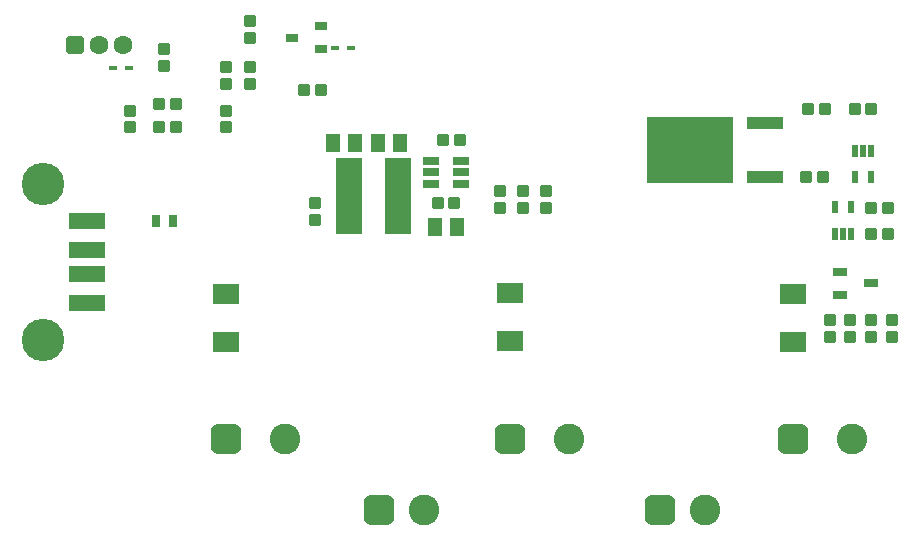
<source format=gts>
G04*
G04 #@! TF.GenerationSoftware,Altium Limited,Altium Designer,23.4.1 (23)*
G04*
G04 Layer_Color=8388736*
%FSLAX44Y44*%
%MOMM*%
G71*
G04*
G04 #@! TF.SameCoordinates,92A23485-6767-49A1-8100-D21B0EC4512A*
G04*
G04*
G04 #@! TF.FilePolarity,Negative*
G04*
G01*
G75*
G04:AMPARAMS|DCode=14|XSize=1.05mm|YSize=1.07mm|CornerRadius=0.145mm|HoleSize=0mm|Usage=FLASHONLY|Rotation=90.000|XOffset=0mm|YOffset=0mm|HoleType=Round|Shape=RoundedRectangle|*
%AMROUNDEDRECTD14*
21,1,1.0500,0.7800,0,0,90.0*
21,1,0.7600,1.0700,0,0,90.0*
1,1,0.2900,0.3900,0.3800*
1,1,0.2900,0.3900,-0.3800*
1,1,0.2900,-0.3900,-0.3800*
1,1,0.2900,-0.3900,0.3800*
%
%ADD14ROUNDEDRECTD14*%
G04:AMPARAMS|DCode=15|XSize=1.05mm|YSize=1.07mm|CornerRadius=0.145mm|HoleSize=0mm|Usage=FLASHONLY|Rotation=180.000|XOffset=0mm|YOffset=0mm|HoleType=Round|Shape=RoundedRectangle|*
%AMROUNDEDRECTD15*
21,1,1.0500,0.7800,0,0,180.0*
21,1,0.7600,1.0700,0,0,180.0*
1,1,0.2900,-0.3800,0.3900*
1,1,0.2900,0.3800,0.3900*
1,1,0.2900,0.3800,-0.3900*
1,1,0.2900,-0.3800,-0.3900*
%
%ADD15ROUNDEDRECTD15*%
%ADD16R,0.5000X1.0000*%
%ADD17R,1.2000X0.7000*%
%ADD18R,7.4000X5.6500*%
%ADD19R,3.0500X1.0500*%
%ADD20R,0.8000X1.0000*%
%ADD21R,1.1500X1.5000*%
%ADD22R,2.3000X1.7000*%
%ADD23R,1.3500X0.7000*%
%ADD24R,0.7500X0.4000*%
%ADD25R,1.1000X0.7000*%
%ADD26R,2.2500X6.4000*%
%ADD27R,3.1000X1.3500*%
G04:AMPARAMS|DCode=28|XSize=1.6mm|YSize=1.6mm|CornerRadius=0.425mm|HoleSize=0mm|Usage=FLASHONLY|Rotation=180.000|XOffset=0mm|YOffset=0mm|HoleType=Round|Shape=RoundedRectangle|*
%AMROUNDEDRECTD28*
21,1,1.6000,0.7500,0,0,180.0*
21,1,0.7500,1.6000,0,0,180.0*
1,1,0.8500,-0.3750,0.3750*
1,1,0.8500,0.3750,0.3750*
1,1,0.8500,0.3750,-0.3750*
1,1,0.8500,-0.3750,-0.3750*
%
%ADD28ROUNDEDRECTD28*%
%ADD29C,1.6000*%
G04:AMPARAMS|DCode=30|XSize=2.6mm|YSize=2.6mm|CornerRadius=0.675mm|HoleSize=0mm|Usage=FLASHONLY|Rotation=90.000|XOffset=0mm|YOffset=0mm|HoleType=Round|Shape=RoundedRectangle|*
%AMROUNDEDRECTD30*
21,1,2.6000,1.2500,0,0,90.0*
21,1,1.2500,2.6000,0,0,90.0*
1,1,1.3500,0.6250,0.6250*
1,1,1.3500,0.6250,-0.6250*
1,1,1.3500,-0.6250,-0.6250*
1,1,1.3500,-0.6250,0.6250*
%
%ADD30ROUNDEDRECTD30*%
%ADD31C,2.6000*%
%ADD32C,3.6000*%
D14*
X771000Y201000D02*
D03*
Y186800D02*
D03*
X824000Y201100D02*
D03*
Y186900D02*
D03*
X806000Y201100D02*
D03*
Y186900D02*
D03*
X788000Y201100D02*
D03*
Y186900D02*
D03*
X531000Y310100D02*
D03*
Y295900D02*
D03*
X335000Y300100D02*
D03*
Y285900D02*
D03*
X207000Y430000D02*
D03*
Y415800D02*
D03*
X280000Y440000D02*
D03*
Y454200D02*
D03*
X260000Y364000D02*
D03*
Y378200D02*
D03*
X178229Y378332D02*
D03*
Y364132D02*
D03*
X280000Y400900D02*
D03*
Y415100D02*
D03*
X260000Y400900D02*
D03*
Y415100D02*
D03*
X511500Y295900D02*
D03*
Y310100D02*
D03*
X492000Y295900D02*
D03*
Y310100D02*
D03*
D15*
X805900Y274000D02*
D03*
X820100D02*
D03*
X752900Y380000D02*
D03*
X767100D02*
D03*
X791900D02*
D03*
X806100D02*
D03*
X806100Y296000D02*
D03*
X820300D02*
D03*
X750900Y322000D02*
D03*
X765100D02*
D03*
X340000Y395500D02*
D03*
X325800D02*
D03*
X217100Y364000D02*
D03*
X202900D02*
D03*
Y384000D02*
D03*
X217100D02*
D03*
X458100Y353000D02*
D03*
X443900D02*
D03*
X453100Y300000D02*
D03*
X438900D02*
D03*
D16*
X805500Y321750D02*
D03*
X792500D02*
D03*
Y344250D02*
D03*
X799000D02*
D03*
X805500D02*
D03*
X775500Y296250D02*
D03*
X788500D02*
D03*
Y273750D02*
D03*
X782000D02*
D03*
X775500D02*
D03*
D17*
X806000Y232000D02*
D03*
X780000Y222500D02*
D03*
Y241500D02*
D03*
D18*
X653000Y345200D02*
D03*
D19*
X716000Y368000D02*
D03*
Y322400D02*
D03*
D20*
X214500Y285000D02*
D03*
X200500D02*
D03*
D21*
X350750Y351000D02*
D03*
X369250D02*
D03*
X388750D02*
D03*
X407250D02*
D03*
X455250Y280000D02*
D03*
X436750D02*
D03*
D22*
X740000Y182400D02*
D03*
Y222600D02*
D03*
X260000D02*
D03*
Y182400D02*
D03*
X500000Y183400D02*
D03*
Y223600D02*
D03*
D23*
X458500Y335500D02*
D03*
Y326000D02*
D03*
Y316500D02*
D03*
X433500D02*
D03*
Y326000D02*
D03*
Y335500D02*
D03*
D24*
X164150Y414000D02*
D03*
X177650D02*
D03*
X365750Y431000D02*
D03*
X352250D02*
D03*
D25*
X340000Y430500D02*
D03*
Y449500D02*
D03*
X316000Y440000D02*
D03*
D26*
X364250Y306000D02*
D03*
X405750D02*
D03*
D27*
X141800Y285000D02*
D03*
Y260000D02*
D03*
Y240000D02*
D03*
Y215000D02*
D03*
D28*
X132150Y434000D02*
D03*
D29*
X152150D02*
D03*
X172150D02*
D03*
D30*
X389000Y40000D02*
D03*
X500000Y100001D02*
D03*
X627000Y40000D02*
D03*
X740000Y100001D02*
D03*
X260000Y100000D02*
D03*
D31*
X427100Y40000D02*
D03*
X550000Y100001D02*
D03*
X665100Y40000D02*
D03*
X790000Y100001D02*
D03*
X310000Y100000D02*
D03*
D32*
X105000Y184300D02*
D03*
Y315700D02*
D03*
M02*

</source>
